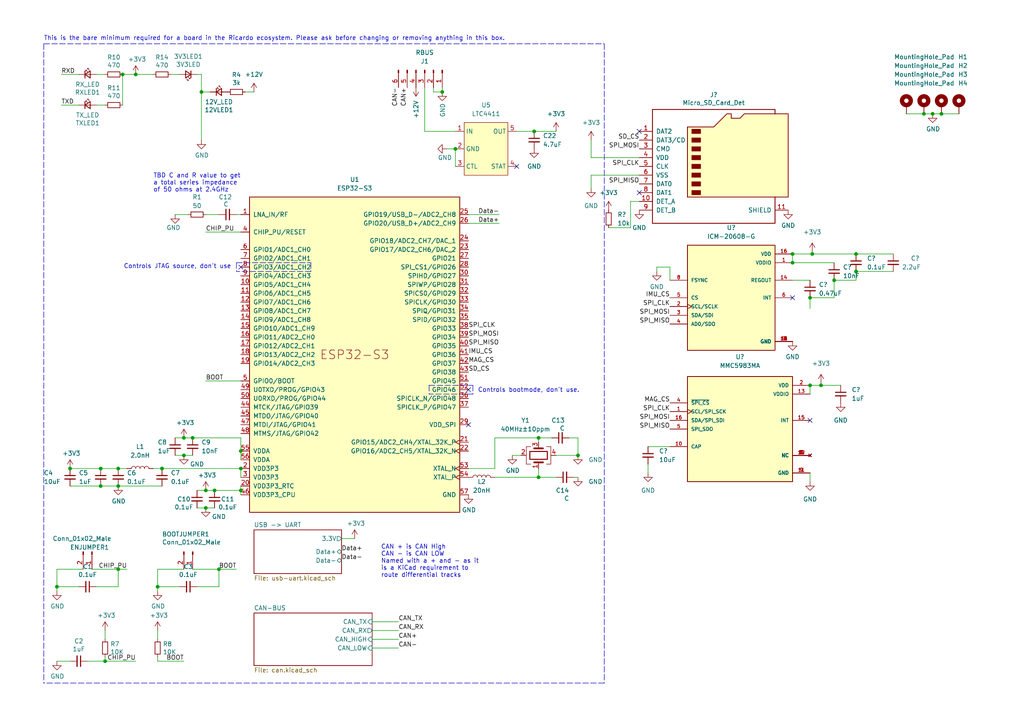
<source format=kicad_sch>
(kicad_sch (version 20211123) (generator eeschema)
  (paper "A4")
  (lib_symbols
    (symbol "Connector:Conn_01x02_Male" (pin_names (offset 1.016) hide)
      (property "Reference" "J" (at 0 2.54 0))
      (property "Value" "Conn_01x02_Male" (at 0 -5.08 0))
      (symbol "Conn_01x02_Male_1_1"
        (polyline (pts (xy 1.27 -2.54) (xy 0.8636 -2.54)) (stroke (width 0.1524)))
        (polyline (pts (xy 1.27 0) (xy 0.8636 0)) (stroke (width 0.1524)))
        (rectangle (start 0.8636 -2.413) (end 0 -2.667) (stroke (width 0.1524)) (fill (type outline)))
        (rectangle (start 0.8636 0.127) (end 0 -0.127) (stroke (width 0.1524)) (fill (type outline)))
        (pin passive line (at 5.08 0 180) (length 3.81) (name "Pin_1") (number "1"))
        (pin passive line (at 5.08 -2.54 180) (length 3.81) (name "Pin_2") (number "2"))
      )
    )
    (symbol "Connector:Conn_01x06_Male" (pin_names (offset 1.016) hide)
      (property "Reference" "J" (at 0 7.62 0))
      (property "Value" "Conn_01x06_Male" (at 0 -10.16 0))
      (symbol "Conn_01x06_Male_1_1"
        (polyline (pts (xy 1.27 -7.62) (xy 0.8636 -7.62)) (stroke (width 0.1524)))
        (polyline (pts (xy 1.27 -5.08) (xy 0.8636 -5.08)) (stroke (width 0.1524)))
        (polyline (pts (xy 1.27 -2.54) (xy 0.8636 -2.54)) (stroke (width 0.1524)))
        (polyline (pts (xy 1.27 0) (xy 0.8636 0)) (stroke (width 0.1524)))
        (polyline (pts (xy 1.27 2.54) (xy 0.8636 2.54)) (stroke (width 0.1524)))
        (polyline (pts (xy 1.27 5.08) (xy 0.8636 5.08)) (stroke (width 0.1524)))
        (rectangle (start 0.8636 -7.493) (end 0 -7.747) (stroke (width 0.1524)) (fill (type outline)))
        (rectangle (start 0.8636 -4.953) (end 0 -5.207) (stroke (width 0.1524)) (fill (type outline)))
        (rectangle (start 0.8636 -2.413) (end 0 -2.667) (stroke (width 0.1524)) (fill (type outline)))
        (rectangle (start 0.8636 0.127) (end 0 -0.127) (stroke (width 0.1524)) (fill (type outline)))
        (rectangle (start 0.8636 2.667) (end 0 2.413) (stroke (width 0.1524)) (fill (type outline)))
        (rectangle (start 0.8636 5.207) (end 0 4.953) (stroke (width 0.1524)) (fill (type outline)))
        (pin passive line (at 5.08 5.08 180) (length 3.81) (name "Pin_1") (number "1"))
        (pin passive line (at 5.08 2.54 180) (length 3.81) (name "Pin_2") (number "2"))
        (pin passive line (at 5.08 0 180) (length 3.81) (name "Pin_3") (number "3"))
        (pin passive line (at 5.08 -2.54 180) (length 3.81) (name "Pin_4") (number "4"))
        (pin passive line (at 5.08 -5.08 180) (length 3.81) (name "Pin_5") (number "5"))
        (pin passive line (at 5.08 -7.62 180) (length 3.81) (name "Pin_6") (number "6"))
      )
    )
    (symbol "Connector:Micro_SD_Card_Det_Hirose_DM3AT" (pin_names (offset 1.016))
      (property "Reference" "J" (at -16.51 17.78 0))
      (property "Value" "Micro_SD_Card_Det_Hirose_DM3AT" (at 16.51 17.78 0))
      (symbol "Micro_SD_Card_Det_Hirose_DM3AT_0_1"
        (rectangle (start -7.62 -6.985) (end -5.08 -8.255) (fill (type outline)))
        (rectangle (start -7.62 -4.445) (end -5.08 -5.715) (fill (type outline)))
        (rectangle (start -7.62 -1.905) (end -5.08 -3.175) (fill (type outline)))
        (rectangle (start -7.62 0.635) (end -5.08 -0.635) (fill (type outline)))
        (rectangle (start -7.62 3.175) (end -5.08 1.905) (fill (type outline)))
        (rectangle (start -7.62 5.715) (end -5.08 4.445) (fill (type outline)))
        (rectangle (start -7.62 8.255) (end -5.08 6.985) (fill (type outline)))
        (rectangle (start -7.62 10.795) (end -5.08 9.525) (fill (type outline)))
        (polyline (pts (xy 16.51 15.24) (xy 16.51 16.51) (xy -19.05 16.51) (xy -19.05 -16.51) (xy 16.51 -16.51) (xy 16.51 -8.89)) (stroke (width 0.254)))
        (polyline (pts (xy -8.89 -8.89) (xy -8.89 11.43) (xy -1.27 11.43) (xy 2.54 15.24) (xy 3.81 15.24) (xy 3.81 13.97) (xy 6.35 13.97) (xy 7.62 15.24) (xy 20.32 15.24) (xy 20.32 -8.89) (xy -8.89 -8.89)) (stroke (width 0.254)) (fill (type background)))
      )
      (symbol "Micro_SD_Card_Det_Hirose_DM3AT_1_1"
        (pin bidirectional line (at -22.86 10.16 0) (length 3.81) (name "DAT2") (number "1"))
        (pin passive line (at -22.86 -10.16 0) (length 3.81) (name "DET_A") (number "10"))
        (pin passive line (at 20.32 -12.7 180) (length 3.81) (name "SHIELD") (number "11"))
        (pin bidirectional line (at -22.86 7.62 0) (length 3.81) (name "DAT3/CD") (number "2"))
        (pin input line (at -22.86 5.08 0) (length 3.81) (name "CMD") (number "3"))
        (pin power_in line (at -22.86 2.54 0) (length 3.81) (name "VDD") (number "4"))
        (pin input line (at -22.86 0 0) (length 3.81) (name "CLK") (number "5"))
        (pin power_in line (at -22.86 -2.54 0) (length 3.81) (name "VSS") (number "6"))
        (pin bidirectional line (at -22.86 -5.08 0) (length 3.81) (name "DAT0") (number "7"))
        (pin bidirectional line (at -22.86 -7.62 0) (length 3.81) (name "DAT1") (number "8"))
        (pin passive line (at -22.86 -12.7 0) (length 3.81) (name "DET_B") (number "9"))
      )
    )
    (symbol "Device:C_Small" (pin_numbers hide) (pin_names (offset 0.254) hide)
      (property "Reference" "C" (at 0.254 1.778 0))
      (property "Value" "C_Small" (at 0.254 -2.032 0))
      (symbol "C_Small_0_1"
        (polyline (pts (xy -1.524 -0.508) (xy 1.524 -0.508)) (stroke (width 0.3302)))
        (polyline (pts (xy -1.524 0.508) (xy 1.524 0.508)) (stroke (width 0.3048)))
      )
      (symbol "C_Small_1_1"
        (pin passive line (at 0 2.54 270) (length 2.032) (name "~") (number "1"))
        (pin passive line (at 0 -2.54 90) (length 2.032) (name "~") (number "2"))
      )
    )
    (symbol "Device:Crystal_GND24" (pin_names (offset 1.016) hide)
      (property "Reference" "Y" (at 3.175 5.08 0))
      (property "Value" "Crystal_GND24" (at 3.175 3.175 0))
      (symbol "Crystal_GND24_0_1"
        (rectangle (start -1.143 2.54) (end 1.143 -2.54) (stroke (width 0.3048)))
        (polyline (pts (xy -2.54 0) (xy -2.032 0)))
        (polyline (pts (xy -2.032 -1.27) (xy -2.032 1.27)) (stroke (width 0.508)))
        (polyline (pts (xy 0 -3.81) (xy 0 -3.556)))
        (polyline (pts (xy 0 3.556) (xy 0 3.81)))
        (polyline (pts (xy 2.032 -1.27) (xy 2.032 1.27)) (stroke (width 0.508)))
        (polyline (pts (xy 2.032 0) (xy 2.54 0)))
        (polyline (pts (xy -2.54 -2.286) (xy -2.54 -3.556) (xy 2.54 -3.556) (xy 2.54 -2.286)))
        (polyline (pts (xy -2.54 2.286) (xy -2.54 3.556) (xy 2.54 3.556) (xy 2.54 2.286)))
      )
      (symbol "Crystal_GND24_1_1"
        (pin passive line (at -3.81 0 0) (length 1.27) (name "1") (number "1"))
        (pin passive line (at 0 5.08 270) (length 1.27) (name "2") (number "2"))
        (pin passive line (at 3.81 0 180) (length 1.27) (name "3") (number "3"))
        (pin passive line (at 0 -5.08 90) (length 1.27) (name "4") (number "4"))
      )
    )
    (symbol "Device:L" (pin_numbers hide) (pin_names (offset 1.016) hide)
      (property "Reference" "L" (at -1.27 0 90))
      (property "Value" "L" (at 1.905 0 90))
      (symbol "L_0_1"
        (arc (start 0 -2.54) (mid 0.635 -1.905) (end 0 -1.27))
        (arc (start 0 -1.27) (mid 0.635 -0.635) (end 0 0))
        (arc (start 0 0) (mid 0.635 0.635) (end 0 1.27))
        (arc (start 0 1.27) (mid 0.635 1.905) (end 0 2.54))
      )
      (symbol "L_1_1"
        (pin passive line (at 0 3.81 270) (length 1.27) (name "1") (number "1"))
        (pin passive line (at 0 -3.81 90) (length 1.27) (name "2") (number "2"))
      )
    )
    (symbol "Device:LED_Small" (pin_numbers hide) (pin_names (offset 0.254) hide)
      (property "Reference" "D" (at -1.27 3.175 0))
      (property "Value" "LED_Small" (at -4.445 -2.54 0))
      (symbol "LED_Small_0_1"
        (polyline (pts (xy -0.762 -1.016) (xy -0.762 1.016)) (stroke (width 0.254)))
        (polyline (pts (xy 1.016 0) (xy -0.762 0)))
        (polyline (pts (xy 0.762 -1.016) (xy -0.762 0) (xy 0.762 1.016) (xy 0.762 -1.016)) (stroke (width 0.254)))
        (polyline (pts (xy 0 0.762) (xy -0.508 1.27) (xy -0.254 1.27) (xy -0.508 1.27) (xy -0.508 1.016)))
        (polyline (pts (xy 0.508 1.27) (xy 0 1.778) (xy 0.254 1.778) (xy 0 1.778) (xy 0 1.524)))
      )
      (symbol "LED_Small_1_1"
        (pin passive line (at -2.54 0 0) (length 1.778) (name "K") (number "1"))
        (pin passive line (at 2.54 0 180) (length 1.778) (name "A") (number "2"))
      )
    )
    (symbol "Device:R_Small" (pin_numbers hide) (pin_names (offset 0.254) hide)
      (property "Reference" "R" (at 0.762 0.508 0))
      (property "Value" "R_Small" (at 0.762 -1.016 0))
      (symbol "R_Small_0_1"
        (rectangle (start -0.762 1.778) (end 0.762 -1.778) (stroke (width 0.2032)))
      )
      (symbol "R_Small_1_1"
        (pin passive line (at 0 2.54 270) (length 0.762) (name "~") (number "1"))
        (pin passive line (at 0 -2.54 90) (length 0.762) (name "~") (number "2"))
      )
    )
    (symbol "Espressif:ESP32-S3" (pin_names (offset 1.016))
      (property "Reference" "U" (at 0 48.26 0))
      (property "Value" "ESP32-S3" (at 0 -48.26 0))
      (symbol "ESP32-S3_0_0"
        (text "ESP32-S3" (at 0 0 0) (effects (font (size 2.54 2.54))))
        (pin bidirectional line (at 33.02 -12.7 180) (length 2.54) (name "SPICLK_N/GPIO48") (number "36"))
        (pin bidirectional line (at 33.02 -15.24 180) (length 2.54) (name "SPICLK_P/GPIO47") (number "37"))
      )
      (symbol "ESP32-S3_0_1"
        (rectangle (start -30.48 45.72) (end 30.48 -45.72) (stroke (width 0.254)) (fill (type background)))
      )
      (symbol "ESP32-S3_1_1"
        (pin bidirectional line (at -33.02 40.64 0) (length 2.54) (name "LNA_IN/RF") (number "1"))
        (pin bidirectional line (at -33.02 20.32 0) (length 2.54) (name "GPIO5/ADC1_CH4") (number "10"))
        (pin bidirectional line (at -33.02 17.78 0) (length 2.54) (name "GPIO6/ADC1_CH5") (number "11"))
        (pin bidirectional line (at -33.02 15.24 0) (length 2.54) (name "GPIO7/ADC1_CH6") (number "12"))
        (pin bidirectional line (at -33.02 12.7 0) (length 2.54) (name "GPIO8/ADC1_CH7") (number "13"))
        (pin bidirectional line (at -33.02 10.16 0) (length 2.54) (name "GPIO9/ADC1_CH8") (number "14"))
        (pin bidirectional line (at -33.02 7.62 0) (length 2.54) (name "GPIO10/ADC1_CH9") (number "15"))
        (pin bidirectional line (at -33.02 5.08 0) (length 2.54) (name "GPIO11/ADC2_CH0") (number "16"))
        (pin bidirectional line (at -33.02 2.54 0) (length 2.54) (name "GPIO12/ADC2_CH1") (number "17"))
        (pin bidirectional line (at -33.02 0 0) (length 2.54) (name "GPIO13/ADC2_CH2") (number "18"))
        (pin bidirectional line (at -33.02 -2.54 0) (length 2.54) (name "GPIO14/ADC2_CH3") (number "19"))
        (pin power_in line (at -33.02 -33.02 0) (length 2.54) (name "VDD3P3") (number "2"))
        (pin power_in line (at -33.02 -38.1 0) (length 2.54) (name "VDD3P3_RTC") (number "20"))
        (pin input clock (at 33.02 -25.4 180) (length 2.54) (name "GPIO15/ADC2_CH4/XTAL_32K_P") (number "21"))
        (pin output clock (at 33.02 -27.94 180) (length 2.54) (name "GPIO16/ADC2_CH5/XTAL_32K_N") (number "22"))
        (pin bidirectional line (at 33.02 30.48 180) (length 2.54) (name "GPIO17/ADC2_CH6/DAC_2") (number "23"))
        (pin bidirectional line (at 33.02 33.02 180) (length 2.54) (name "GPIO18/ADC2_CH7/DAC_1") (number "24"))
        (pin bidirectional line (at 33.02 40.64 180) (length 2.54) (name "GPIO19/USB_D-/ADC2_CH8") (number "25"))
        (pin bidirectional line (at 33.02 38.1 180) (length 2.54) (name "GPIO20/USB_D+/ADC2_CH9") (number "26"))
        (pin bidirectional line (at 33.02 27.94 180) (length 2.54) (name "GPIO21") (number "27"))
        (pin bidirectional line (at 33.02 25.4 180) (length 2.54) (name "SPI_CS1/GPIO26") (number "28"))
        (pin power_out line (at 33.02 -20.32 180) (length 2.54) (name "VDD_SPI") (number "29"))
        (pin power_in line (at -33.02 -35.56 0) (length 2.54) (name "VDD3P3") (number "3"))
        (pin bidirectional line (at 33.02 22.86 180) (length 2.54) (name "SPIHD/GPIO27") (number "30"))
        (pin bidirectional line (at 33.02 20.32 180) (length 2.54) (name "SPIWP/GPIO28") (number "31"))
        (pin bidirectional line (at 33.02 17.78 180) (length 2.54) (name "SPICS0/GPIO29") (number "32"))
        (pin bidirectional line (at 33.02 15.24 180) (length 2.54) (name "SPICLK/GPIO30") (number "33"))
        (pin bidirectional line (at 33.02 12.7 180) (length 2.54) (name "SPIQ/GPIO31") (number "34"))
        (pin bidirectional line (at 33.02 10.16 180) (length 2.54) (name "SPID/GPIO32") (number "35"))
        (pin bidirectional line (at 33.02 7.62 180) (length 2.54) (name "GPIO33") (number "38"))
        (pin bidirectional line (at 33.02 5.08 180) (length 2.54) (name "GPIO34") (number "39"))
        (pin input line (at -33.02 35.56 0) (length 2.54) (name "CHIP_PU/RESET") (number "4"))
        (pin bidirectional line (at 33.02 2.54 180) (length 2.54) (name "GPIO35") (number "40"))
        (pin bidirectional line (at 33.02 0 180) (length 2.54) (name "GPIO36") (number "41"))
        (pin bidirectional line (at 33.02 -2.54 180) (length 2.54) (name "GPIO37") (number "42"))
        (pin bidirectional line (at 33.02 -5.08 180) (length 2.54) (name "GPIO38") (number "43"))
        (pin bidirectional line (at -33.02 -15.24 0) (length 2.54) (name "MTCK/JTAG/GPIO39") (number "44"))
        (pin bidirectional line (at -33.02 -17.78 0) (length 2.54) (name "MTDO/JTAG/GPIO40") (number "45"))
        (pin power_in line (at -33.02 -40.64 0) (length 2.54) (name "VDD3P3_CPU") (number "46"))
        (pin bidirectional line (at -33.02 -20.32 0) (length 2.54) (name "MTDI/JTAG/GPIO41") (number "47"))
        (pin bidirectional line (at -33.02 -22.86 0) (length 2.54) (name "MTMS/JTAG/GPIO42") (number "48"))
        (pin bidirectional line (at -33.02 -10.16 0) (length 2.54) (name "U0TXD/PROG/GPIO43") (number "49"))
        (pin bidirectional line (at -33.02 -7.62 0) (length 2.54) (name "GPIO0/BOOT") (number "5"))
        (pin bidirectional line (at -33.02 -12.7 0) (length 2.54) (name "U0RXD/PROG/GPIO44") (number "50"))
        (pin bidirectional line (at 33.02 -7.62 180) (length 2.54) (name "GPIO45") (number "51"))
        (pin bidirectional line (at 33.02 -10.16 180) (length 2.54) (name "GPIO46") (number "52"))
        (pin input clock (at 33.02 -33.02 180) (length 2.54) (name "XTAL_N") (number "53"))
        (pin output clock (at 33.02 -35.56 180) (length 2.54) (name "XTAL_P") (number "54"))
        (pin power_in line (at -33.02 -27.94 0) (length 2.54) (name "VDDA") (number "55"))
        (pin power_in line (at -33.02 -30.48 0) (length 2.54) (name "VDDA") (number "56"))
        (pin power_in line (at 33.02 -40.64 180) (length 2.54) (name "GND") (number "57"))
        (pin bidirectional line (at -33.02 30.48 0) (length 2.54) (name "GPIO1/ADC1_CH0") (number "6"))
        (pin bidirectional line (at -33.02 27.94 0) (length 2.54) (name "GPIO2/ADC1_CH1") (number "7"))
        (pin bidirectional line (at -33.02 25.4 0) (length 2.54) (name "GPIO3/ADC1_CH2") (number "8"))
        (pin bidirectional line (at -33.02 22.86 0) (length 2.54) (name "GPIO4/ADC1_CH3") (number "9"))
      )
    )
    (symbol "Mechanical:MountingHole_Pad" (pin_numbers hide) (pin_names (offset 1.016) hide)
      (property "Reference" "H" (at 0 6.35 0))
      (property "Value" "MountingHole_Pad" (at 0 4.445 0))
      (symbol "MountingHole_Pad_0_1"
        (circle (center 0 1.27) (radius 1.27) (stroke (width 1.27)))
      )
      (symbol "MountingHole_Pad_1_1"
        (pin input line (at 0 -2.54 90) (length 2.54) (name "1") (number "1"))
      )
    )
    (symbol "iclr:ICM-20608-G" (pin_names (offset 1.016))
      (property "Reference" "U" (at -12.7 16.002 0))
      (property "Value" "ICM-20608-G" (at -12.7 -17.78 0))
      (symbol "ICM-20608-G_0_0"
        (rectangle (start -12.7 -15.24) (end 12.7 15.24) (stroke (width 0.254)) (fill (type background)))
        (pin power_in line (at 17.78 10.16 180) (length 5.08) (name "VDDIO") (number "1"))
        (pin power_in line (at 17.78 -12.7 180) (length 5.08) (name "GND") (number "10"))
        (pin power_in line (at 17.78 -12.7 180) (length 5.08) (name "GND") (number "11"))
        (pin power_in line (at 17.78 -12.7 180) (length 5.08) (name "GND") (number "12"))
        (pin power_in line (at 17.78 -12.7 180) (length 5.08) (name "GND") (number "13"))
        (pin output line (at 17.78 5.08 180) (length 5.08) (name "REGOUT") (number "14"))
        (pin power_in line (at 17.78 -12.7 180) (length 5.08) (name "GND") (number "15"))
        (pin power_in line (at 17.78 12.7 180) (length 5.08) (name "VDD") (number "16"))
        (pin input clock (at -17.78 -2.54 0) (length 5.08) (name "SCL/SCLK") (number "2"))
        (pin bidirectional line (at -17.78 -5.08 0) (length 5.08) (name "SDA/SDI") (number "3"))
        (pin bidirectional line (at -17.78 -7.62 0) (length 5.08) (name "AD0/SDO") (number "4"))
        (pin input line (at -17.78 0 0) (length 5.08) (name "CS") (number "5"))
        (pin output line (at 17.78 0 180) (length 5.08) (name "INT") (number "6"))
        (pin input line (at -17.78 5.08 0) (length 5.08) (name "FSYNC") (number "8"))
        (pin power_in line (at 17.78 -12.7 180) (length 5.08) (name "GND") (number "9"))
      )
    )
    (symbol "iclr:LTC4411"
      (property "Reference" "U" (at 0 1.27 0))
      (property "Value" "LTC4411" (at 0 -1.27 0))
      (symbol "LTC4411_0_1"
        (rectangle (start -6.35 -2.54) (end 6.35 -17.78) (fill (type background)))
      )
      (symbol "LTC4411_1_1"
        (pin power_in line (at -8.89 -5.08 0) (length 2.54) (name "IN") (number "1"))
        (pin output line (at -8.89 -10.16 0) (length 2.54) (name "GND") (number "2"))
        (pin input line (at -8.89 -15.24 0) (length 2.54) (name "CTL") (number "3"))
        (pin input line (at 8.89 -15.24 180) (length 2.54) (name "STAT") (number "4"))
        (pin power_out line (at 8.89 -5.08 180) (length 2.54) (name "OUT") (number "5"))
      )
    )
    (symbol "iclr:MMC5983MA" (pin_names (offset 1.016))
      (property "Reference" "U" (at -15.24 15.24 0))
      (property "Value" "MMC5983MA" (at -15.24 -17.78 0))
      (symbol "MMC5983MA_0_0"
        (rectangle (start -15.24 -15.24) (end 15.24 15.24) (stroke (width 0.254)) (fill (type background)))
        (pin input clock (at -20.32 5.08 0) (length 5.08) (name "SCL/SPI_SCK") (number "1"))
        (pin passive line (at -20.32 -5.08 0) (length 5.08) (name "CAP") (number "10"))
        (pin power_in line (at 20.32 -12.7 180) (length 5.08) (name "GND") (number "11"))
        (pin no_connect line (at 20.32 -7.62 180) (length 5.08) (name "NC") (number "12"))
        (pin power_in line (at 20.32 10.16 180) (length 5.08) (name "VDDIO") (number "13"))
        (pin no_connect line (at 20.32 -7.62 180) (length 5.08) (name "NC") (number "14"))
        (pin output line (at 20.32 2.54 180) (length 5.08) (name "INT") (number "15"))
        (pin bidirectional line (at -20.32 2.54 0) (length 5.08) (name "SDA/SPI_SDI") (number "16"))
        (pin power_in line (at 20.32 12.7 180) (length 5.08) (name "VDD") (number "2"))
        (pin no_connect line (at 20.32 -7.62 180) (length 5.08) (name "NC") (number "3"))
        (pin input line (at -20.32 7.62 0) (length 5.08) (name "~{SPI_CS}") (number "4"))
        (pin output line (at -20.32 0 0) (length 5.08) (name "SPI_SDO") (number "5"))
        (pin no_connect line (at 20.32 -7.62 180) (length 5.08) (name "NC") (number "6"))
        (pin no_connect line (at 20.32 -7.62 180) (length 5.08) (name "NC") (number "7"))
        (pin no_connect line (at 20.32 -7.62 180) (length 5.08) (name "NC") (number "8"))
        (pin power_in line (at 20.32 -12.7 180) (length 5.08) (name "GND") (number "9"))
      )
    )
    (symbol "power:+12V" (power) (pin_names (offset 0))
      (property "Value" "+12V" (at 0 3.556 0))
      (symbol "+12V_0_1"
        (polyline (pts (xy -0.762 1.27) (xy 0 2.54)))
        (polyline (pts (xy 0 0) (xy 0 2.54)))
        (polyline (pts (xy 0 2.54) (xy 0.762 1.27)))
      )
      (symbol "+12V_1_1"
        (pin power_in line (at 0 0 90) (length 0) hide (name "+12V") (number "1"))
      )
    )
    (symbol "power:+3.3V" (power) (pin_names (offset 0))
      (property "Value" "+3.3V" (at 0 3.556 0))
      (symbol "+3.3V_0_1"
        (polyline (pts (xy -0.762 1.27) (xy 0 2.54)))
        (polyline (pts (xy 0 0) (xy 0 2.54)))
        (polyline (pts (xy 0 2.54) (xy 0.762 1.27)))
      )
      (symbol "+3.3V_1_1"
        (pin power_in line (at 0 0 90) (length 0) hide (name "+3V3") (number "1"))
      )
    )
    (symbol "power:GND" (power) (pin_names (offset 0))
      (property "Value" "GND" (at 0 -3.81 0))
      (symbol "GND_0_1"
        (polyline (pts (xy 0 0) (xy 0 -1.27) (xy 1.27 -1.27) (xy 0 -2.54) (xy -1.27 -1.27) (xy 0 -1.27)))
      )
      (symbol "GND_1_1"
        (pin power_in line (at 0 0 270) (length 0) hide (name "GND") (number "1"))
      )
    )
  )
  (junction (at 132.08 43.18))
  (junction (at 39.37 21.59))
  (junction (at 59.69 142.24))
  (junction (at 229.87 76.2))
  (junction (at 238.125 111.76))
  (junction (at 53.34 127))
  (junction (at 58.42 26.67))
  (junction (at 234.95 111.76))
  (junction (at 30.48 191.77))
  (junction (at 69.85 142.24))
  (junction (at 55.88 127))
  (junction (at 63.5 165.1))
  (junction (at 59.69 147.32))
  (junction (at 62.23 142.24))
  (junction (at 34.29 135.89))
  (junction (at 20.32 135.89))
  (junction (at 45.72 170.18))
  (junction (at 35.56 21.59))
  (junction (at 229.87 73.66))
  (junction (at 29.21 135.89))
  (junction (at 248.285 78.74))
  (junction (at 154.94 38.1))
  (junction (at 34.29 140.97))
  (junction (at 241.935 81.28))
  (junction (at 156.21 127))
  (junction (at 273.05 33.02))
  (junction (at 235.585 73.66))
  (junction (at 53.34 132.08))
  (junction (at 156.21 138.43))
  (junction (at 69.85 130.81))
  (junction (at 29.21 140.97))
  (junction (at 16.51 170.18))
  (junction (at 248.285 73.66))
  (junction (at 270.51 33.02))
  (junction (at 267.97 33.02))
  (junction (at 167.64 132.08))
  (junction (at 46.99 135.89))
  (junction (at 128.27 26.67))
  (junction (at 34.29 165.1))
  (junction (at 69.85 135.89))
  (junction (at 234.95 86.36))
  (no_connect (at 234.95 121.92))
  (no_connect (at 185.42 55.88))
  (no_connect (at 69.85 77.47))
  (no_connect (at 185.42 38.1))
  (no_connect (at 135.89 113.03))
  (no_connect (at 135.89 123.19))
  (no_connect (at 149.86 48.26))
  (no_connect (at 229.87 86.36))
  (wire (pts (xy 238.125 111.76) (xy 243.84 111.76)))
  (wire (pts (xy 30.48 191.77) (xy 30.48 190.5)))
  (wire (pts (xy 135.89 62.23) (xy 144.78 62.23)))
  (wire (pts (xy 190.5 77.47) (xy 190.5 78.74)))
  (wire (pts (xy 69.85 135.89) (xy 69.85 138.43)))
  (wire (pts (xy 17.78 21.59) (xy 22.86 21.59)))
  (polyline (pts (xy 90.17 78.74) (xy 68.58 78.74)))
  (wire (pts (xy 63.5 170.18) (xy 63.5 165.1)))
  (wire (pts (xy 185.42 45.72) (xy 171.45 45.72)))
  (polyline (pts (xy 68.58 76.2) (xy 68.58 78.74)))
  (wire (pts (xy 60.96 26.67) (xy 58.42 26.67)))
  (wire (pts (xy 16.51 191.77) (xy 20.32 191.77)))
  (wire (pts (xy 107.95 180.34) (xy 115.57 180.34)))
  (wire (pts (xy 128.27 25.4) (xy 128.27 26.67)))
  (wire (pts (xy 160.02 127) (xy 156.21 127)))
  (wire (pts (xy 45.72 165.1) (xy 53.34 165.1)))
  (wire (pts (xy 125.73 26.67) (xy 128.27 26.67)))
  (wire (pts (xy 58.42 21.59) (xy 57.15 21.59)))
  (wire (pts (xy 29.21 135.89) (xy 34.29 135.89)))
  (wire (pts (xy 143.51 138.43) (xy 156.21 138.43)))
  (wire (pts (xy 235.585 73.66) (xy 248.285 73.66)))
  (wire (pts (xy 59.69 110.49) (xy 69.85 110.49)))
  (polyline (pts (xy 12.7 12.7) (xy 12.7 198.12)))
  (wire (pts (xy 267.97 33.02) (xy 262.89 33.02)))
  (wire (pts (xy 16.51 170.18) (xy 16.51 171.45)))
  (wire (pts (xy 234.95 137.16) (xy 234.95 139.7)))
  (wire (pts (xy 57.15 170.18) (xy 63.5 170.18)))
  (polyline (pts (xy 137.16 111.76) (xy 137.16 114.3)))
  (wire (pts (xy 68.58 165.1) (xy 63.5 165.1)))
  (wire (pts (xy 248.285 73.66) (xy 259.08 73.66)))
  (wire (pts (xy 68.58 62.23) (xy 69.85 62.23)))
  (wire (pts (xy 27.94 30.48) (xy 30.48 30.48)))
  (wire (pts (xy 16.51 165.1) (xy 16.51 170.18)))
  (wire (pts (xy 161.29 132.08) (xy 167.64 132.08)))
  (wire (pts (xy 229.87 73.66) (xy 235.585 73.66)))
  (wire (pts (xy 30.48 182.88) (xy 30.48 185.42)))
  (wire (pts (xy 57.15 147.32) (xy 59.69 147.32)))
  (polyline (pts (xy 68.58 76.2) (xy 90.17 76.2)))
  (wire (pts (xy 34.29 135.89) (xy 36.83 135.89)))
  (wire (pts (xy 69.85 142.24) (xy 69.85 143.51)))
  (wire (pts (xy 234.95 86.36) (xy 241.935 86.36)))
  (wire (pts (xy 62.23 142.24) (xy 69.85 142.24)))
  (wire (pts (xy 53.34 132.08) (xy 55.88 132.08)))
  (wire (pts (xy 143.51 135.89) (xy 143.51 127)))
  (wire (pts (xy 235.585 73.66) (xy 235.585 73.025)))
  (wire (pts (xy 156.21 127) (xy 156.21 128.27)))
  (wire (pts (xy 34.29 165.1) (xy 36.83 165.1)))
  (wire (pts (xy 50.8 132.08) (xy 53.34 132.08)))
  (wire (pts (xy 182.88 66.04) (xy 182.88 58.42)))
  (wire (pts (xy 194.31 77.47) (xy 190.5 77.47)))
  (wire (pts (xy 229.87 81.28) (xy 234.95 81.28)))
  (polyline (pts (xy 124.46 111.76) (xy 124.46 114.3)))
  (polyline (pts (xy 12.7 12.7) (xy 175.26 12.7)))
  (wire (pts (xy 238.125 111.76) (xy 234.95 111.76)))
  (wire (pts (xy 44.45 135.89) (xy 46.99 135.89)))
  (wire (pts (xy 69.85 130.81) (xy 69.85 133.35)))
  (wire (pts (xy 22.86 170.18) (xy 16.51 170.18)))
  (wire (pts (xy 132.08 43.18) (xy 132.08 48.26)))
  (wire (pts (xy 27.94 21.59) (xy 30.48 21.59)))
  (wire (pts (xy 234.95 111.76) (xy 234.95 114.3)))
  (wire (pts (xy 50.8 127) (xy 53.34 127)))
  (wire (pts (xy 17.78 30.48) (xy 22.86 30.48)))
  (wire (pts (xy 52.07 170.18) (xy 45.72 170.18)))
  (wire (pts (xy 123.19 25.4) (xy 123.19 38.1)))
  (wire (pts (xy 50.8 62.23) (xy 54.61 62.23)))
  (wire (pts (xy 154.94 38.1) (xy 161.29 38.1)))
  (wire (pts (xy 171.45 50.8) (xy 171.45 54.61)))
  (wire (pts (xy 241.935 81.28) (xy 248.285 81.28)))
  (wire (pts (xy 59.69 62.23) (xy 63.5 62.23)))
  (wire (pts (xy 278.13 33.02) (xy 273.05 33.02)))
  (wire (pts (xy 194.31 81.28) (xy 194.31 77.47)))
  (wire (pts (xy 29.21 140.97) (xy 34.29 140.97)))
  (wire (pts (xy 35.56 21.59) (xy 39.37 21.59)))
  (wire (pts (xy 187.96 129.54) (xy 194.31 129.54)))
  (wire (pts (xy 55.88 127) (xy 69.85 127)))
  (wire (pts (xy 176.53 66.04) (xy 182.88 66.04)))
  (wire (pts (xy 107.95 187.96) (xy 115.57 187.96)))
  (wire (pts (xy 107.95 182.88) (xy 115.57 182.88)))
  (wire (pts (xy 69.85 127) (xy 69.85 130.81)))
  (polyline (pts (xy 137.16 114.3) (xy 124.46 114.3)))
  (wire (pts (xy 55.88 165.1) (xy 63.5 165.1)))
  (wire (pts (xy 125.73 25.4) (xy 125.73 26.67)))
  (wire (pts (xy 25.4 191.77) (xy 30.48 191.77)))
  (wire (pts (xy 273.05 33.02) (xy 270.51 33.02)))
  (wire (pts (xy 135.89 135.89) (xy 143.51 135.89)))
  (wire (pts (xy 45.72 170.18) (xy 45.72 171.45)))
  (wire (pts (xy 45.72 191.77) (xy 45.72 190.5)))
  (wire (pts (xy 49.53 21.59) (xy 52.07 21.59)))
  (wire (pts (xy 148.59 132.08) (xy 151.13 132.08)))
  (wire (pts (xy 58.42 21.59) (xy 58.42 26.67)))
  (wire (pts (xy 161.29 138.43) (xy 156.21 138.43)))
  (wire (pts (xy 234.95 86.36) (xy 234.95 89.535)))
  (wire (pts (xy 182.88 58.42) (xy 185.42 58.42)))
  (wire (pts (xy 59.69 67.31) (xy 69.85 67.31)))
  (wire (pts (xy 229.87 73.66) (xy 229.87 76.2)))
  (wire (pts (xy 149.86 38.1) (xy 154.94 38.1)))
  (wire (pts (xy 53.34 191.77) (xy 45.72 191.77)))
  (wire (pts (xy 185.42 50.8) (xy 171.45 50.8)))
  (wire (pts (xy 58.42 26.67) (xy 58.42 40.64)))
  (wire (pts (xy 241.935 86.36) (xy 241.935 81.28)))
  (wire (pts (xy 123.19 38.1) (xy 132.08 38.1)))
  (wire (pts (xy 156.21 135.89) (xy 156.21 138.43)))
  (wire (pts (xy 34.29 170.18) (xy 34.29 165.1)))
  (polyline (pts (xy 90.17 76.2) (xy 90.17 78.74)))
  (wire (pts (xy 143.51 127) (xy 156.21 127)))
  (wire (pts (xy 99.06 156.21) (xy 102.87 156.21)))
  (wire (pts (xy 167.64 138.43) (xy 166.37 138.43)))
  (wire (pts (xy 20.32 135.89) (xy 29.21 135.89)))
  (wire (pts (xy 167.64 127) (xy 167.64 132.08)))
  (wire (pts (xy 187.96 134.62) (xy 187.96 137.16)))
  (wire (pts (xy 248.285 78.74) (xy 259.08 78.74)))
  (wire (pts (xy 39.37 21.59) (xy 44.45 21.59)))
  (polyline (pts (xy 124.46 111.76) (xy 137.16 111.76)))
  (wire (pts (xy 59.69 147.32) (xy 62.23 147.32)))
  (wire (pts (xy 30.48 191.77) (xy 39.37 191.77)))
  (wire (pts (xy 270.51 33.02) (xy 267.97 33.02)))
  (wire (pts (xy 107.95 185.42) (xy 115.57 185.42)))
  (wire (pts (xy 129.54 43.18) (xy 132.08 43.18)))
  (wire (pts (xy 53.34 127) (xy 55.88 127)))
  (wire (pts (xy 35.56 21.59) (xy 35.56 30.48)))
  (wire (pts (xy 73.66 26.67) (xy 71.12 26.67)))
  (wire (pts (xy 46.99 135.89) (xy 69.85 135.89)))
  (polyline (pts (xy 175.26 12.7) (xy 175.26 198.12)))
  (wire (pts (xy 34.29 140.97) (xy 46.99 140.97)))
  (wire (pts (xy 135.89 64.77) (xy 144.78 64.77)))
  (wire (pts (xy 27.94 170.18) (xy 34.29 170.18)))
  (wire (pts (xy 45.72 165.1) (xy 45.72 170.18)))
  (wire (pts (xy 59.69 142.24) (xy 62.23 142.24)))
  (wire (pts (xy 57.15 142.24) (xy 59.69 142.24)))
  (wire (pts (xy 20.32 140.97) (xy 29.21 140.97)))
  (wire (pts (xy 69.85 142.24) (xy 69.85 140.97)))
  (wire (pts (xy 167.64 127) (xy 165.1 127)))
  (wire (pts (xy 229.87 76.2) (xy 241.935 76.2)))
  (wire (pts (xy 26.67 165.1) (xy 34.29 165.1)))
  (wire (pts (xy 248.285 81.28) (xy 248.285 78.74)))
  (wire (pts (xy 45.72 182.88) (xy 45.72 185.42)))
  (wire (pts (xy 16.51 165.1) (xy 24.13 165.1)))
  (wire (pts (xy 171.45 40.64) (xy 171.45 45.72)))
  (wire (pts (xy 238.125 111.125) (xy 238.125 111.76)))
  (polyline (pts (xy 175.26 198.12) (xy 12.7 198.12)))
  (text "Controls bootmode, don't use.\n" (at 138.5894 113.9757 0) (effects (font (size 1.27 1.27)) (justify left bottom)))
  (text "This is the bare minimum required for a board in the Ricardo ecosystem. Please ask before changing or removing anything in this box.\n\n" (at 12.7 13.97 0) (effects (font (size 1.27 1.27)) (justify left bottom)))
  (text "TBD C and R value to get\na total series impedance\nof 50 ohms at 2.4GHz\n" (at 44.45 55.88 0) (effects (font (size 1.27 1.27)) (justify left bottom)))
  (text "CAN + is CAN High\nCAN - is CAN LOW\nNamed with a + and - as it\nis a KiCad requirement to\nroute differential tracks\n" (at 110.49 167.64 0) (effects (font (size 1.27 1.27)) (justify left bottom)))
  (text "Controls JTAG source, don't use\n" (at 67.0857 78.0878 180) (effects (font (size 1.27 1.27)) (justify right bottom)))
  (label "SPI_MOSI" (at 135.89 97.79 0))
  (label "IMU_CS" (at 194.31 86.36 180))
  (label "SD_CS" (at 185.42 40.64 180))
  (label "SPI_MOSI" (at 194.31 121.92 180))
  (label "SPI_MISO" (at 194.31 93.98 180))
  (label "CHIP_PU" (at 36.83 165.1 180))
  (label "SPI_CLK" (at 135.89 95.25 0))
  (label "SPI_MISO" (at 135.89 100.33 0))
  (label "MAG_CS" (at 135.89 105.41 0))
  (label "CAN+" (at 115.57 185.42 0))
  (label "Data+" (at 99.06 160.02 0))
  (label "SPI_MISO" (at 185.42 53.34 180))
  (label "SPI_CLK" (at 194.31 88.9 180))
  (label "SPI_MOSI" (at 185.42 43.18 180))
  (label "SPI_CLK" (at 194.31 119.38 180))
  (label "Data-" (at 99.06 162.56 0))
  (label "SPI_MOSI" (at 194.31 91.44 180))
  (label "BOOT" (at 53.34 191.77 180))
  (label "SPI_CLK" (at 185.42 48.26 180))
  (label "CAN-" (at 115.57 25.4 270))
  (label "CAN+" (at 118.11 25.4 270))
  (label "CAN_TX" (at 115.57 180.34 0))
  (label "MAG_CS" (at 194.31 116.84 180))
  (label "BOOT" (at 68.58 165.1 180))
  (label "BOOT" (at 59.69 110.49 0))
  (label "RXD" (at 17.78 21.59 0))
  (label "SPI_MISO" (at 194.31 124.46 180))
  (label "CHIP_PU" (at 59.69 67.31 0))
  (label "SD_CS" (at 135.89 107.95 0))
  (label "CAN_RX" (at 115.57 182.88 0))
  (label "Data+" (at 144.78 64.77 180))
  (label "Data-" (at 144.78 62.23 180))
  (label "CAN-" (at 115.57 187.96 0))
  (label "TXD" (at 17.78 30.48 0))
  (label "CHIP_PU" (at 39.37 191.77 180))
  (label "IMU_CS" (at 135.89 102.87 0))
  (symbol (lib_id "power:+3.3V") (at 30.48 182.88 0) (unit 1)
    (property "Reference" "#PWR06" (effects hide))
    (property "Value" "+3.3V" (at 30.861 178.4858 0))
  )
  (symbol (lib_id "Device:R_Small") (at 30.48 187.96 0) (unit 1)
    (property "Reference" "R7" (at 31.9786 186.7916 0) (effects (justify left)))
    (property "Value" "10K" (at 31.9786 189.103 0) (effects (justify left)))
    (property "Footprint" "Resistor_SMD:R_0402_1005Metric" (effects hide))
  )
  (symbol (lib_id "Device:C_Small") (at 22.86 191.77 270) (unit 1)
    (property "Reference" "C2" (at 22.86 185.9534 90))
    (property "Value" "1uF" (at 22.86 188.2648 90))
    (property "Footprint" "Capacitor_SMD:C_0402_1005Metric" (effects hide))
  )
  (symbol (lib_id "power:GND") (at 16.51 191.77 0) (unit 1)
    (property "Reference" "#PWR03" (effects hide))
    (property "Value" "GND" (at 16.637 196.1642 0))
  )
  (symbol (lib_id "power:+3.3V") (at 45.72 182.88 0) (unit 1)
    (property "Reference" "#PWR09" (effects hide))
    (property "Value" "+3.3V" (at 46.101 178.4858 0))
  )
  (symbol (lib_id "Device:R_Small") (at 45.72 187.96 0) (unit 1)
    (property "Reference" "R8" (at 47.2186 186.7916 0) (effects (justify left)))
    (property "Value" "10K" (at 47.2186 189.103 0) (effects (justify left)))
    (property "Footprint" "Resistor_SMD:R_0402_1005Metric" (effects hide))
  )
  (symbol (lib_id "power:GND") (at 45.72 171.45 0) (unit 1)
    (property "Reference" "#PWR07" (effects hide))
    (property "Value" "GND" (at 45.847 175.8442 0))
  )
  (symbol (lib_id "Device:C_Small") (at 54.61 170.18 270) (unit 1)
    (property "Reference" "C3" (at 54.61 164.3634 90))
    (property "Value" "0.1uF" (at 54.61 166.6748 90))
    (property "Footprint" "Capacitor_SMD:C_0402_1005Metric" (effects hide))
  )
  (symbol (lib_id "power:GND") (at 16.51 171.45 0) (unit 1)
    (property "Reference" "#PWR02" (effects hide))
    (property "Value" "GND" (at 16.637 175.8442 0))
  )
  (symbol (lib_id "Device:C_Small") (at 25.4 170.18 270) (unit 1)
    (property "Reference" "C1" (at 25.4 164.3634 90))
    (property "Value" "0.1uF" (at 25.4 166.6748 90))
    (property "Footprint" "Capacitor_SMD:C_0402_1005Metric" (effects hide))
  )
  (symbol (lib_id "Device:LED_Small") (at 25.4 30.48 0) (unit 1)
    (property "Reference" "TXLED1" (at 25.4 35.687 0))
    (property "Value" "TX_LED" (at 25.4 33.3756 0))
    (property "Footprint" "Resistor_SMD:R_0402_1005Metric" (effects hide))
  )
  (symbol (lib_id "Device:LED_Small") (at 25.4 21.59 0) (unit 1)
    (property "Reference" "RXLED1" (at 25.4 26.797 0))
    (property "Value" "RX_LED" (at 25.4 24.4856 0))
    (property "Footprint" "LED_SMD:LED_0603_1608Metric" (effects hide))
  )
  (symbol (lib_id "Device:R_Small") (at 33.02 21.59 270) (unit 1)
    (property "Reference" "R10" (at 33.02 16.6116 90))
    (property "Value" "470" (at 33.02 18.923 90))
    (property "Footprint" "Resistor_SMD:R_0402_1005Metric" (effects hide))
  )
  (symbol (lib_id "Device:R_Small") (at 33.02 30.48 270) (unit 1)
    (property "Reference" "R11" (at 33.02 25.5016 90))
    (property "Value" "470" (at 33.02 27.813 90))
    (property "Footprint" "Resistor_SMD:R_0402_1005Metric" (effects hide))
  )
  (symbol (lib_id "power:GND") (at 58.42 40.64 0) (unit 1)
    (property "Reference" "#PWR012" (effects hide))
    (property "Value" "GND" (at 58.547 45.0342 0))
  )
  (symbol (lib_id "power:+3.3V") (at 39.37 21.59 0) (unit 1)
    (property "Reference" "#PWR011" (effects hide))
    (property "Value" "+3.3V" (at 39.751 17.1958 0))
  )
  (symbol (lib_id "Device:LED_Small") (at 54.61 21.59 180) (unit 1)
    (property "Reference" "3V3LED1" (at 54.61 16.383 0))
    (property "Value" "3V3LED" (at 54.61 18.6944 0))
    (property "Footprint" "Resistor_SMD:R_0402_1005Metric" (effects hide))
  )
  (symbol (lib_id "Device:R_Small") (at 46.99 21.59 270) (unit 1)
    (property "Reference" "R14" (at 46.99 16.6116 90))
    (property "Value" "470" (at 46.99 18.923 90))
    (property "Footprint" "Resistor_SMD:R_0402_1005Metric" (effects hide))
  )
  (symbol (lib_id "Connector:Conn_01x02_Male") (at 26.67 160.02 270) (unit 1)
    (property "Reference" "ENJUMPER1" (at 20.32 158.75 90) (effects (justify left)))
    (property "Value" "Conn_01x02_Male" (at 15.24 156.21 90) (effects (justify left)))
    (property "Footprint" "Connector_PinHeader_2.54mm:PinHeader_1x02_P2.54mm_Vertical" (effects hide))
  )
  (symbol (lib_id "Connector:Conn_01x02_Male") (at 55.88 160.02 270) (unit 1)
    (property "Reference" "BOOTJUMPER1" (at 46.99 154.94 90) (effects (justify left)))
    (property "Value" "Conn_01x02_Male" (at 46.99 157.2514 90) (effects (justify left)))
    (property "Footprint" "Connector_PinHeader_2.54mm:PinHeader_1x02_P2.54mm_Vertical" (effects hide))
  )
  (symbol (lib_id "power:+3.3V") (at 102.87 156.21 0) (unit 1)
    (property "Reference" "#PWR0108" (effects hide))
    (property "Value" "+3.3V" (at 103.251 151.8158 0))
  )
  (symbol (lib_id "power:GND") (at 128.27 26.67 0) (unit 1)
    (property "Reference" "#PWR0138" (effects hide))
    (property "Value" "GND" (at 128.397 29.9212 90) (effects (justify right)))
  )
  (symbol (lib_id "Connector:Conn_01x06_Male") (at 123.19 20.32 270) (unit 1)
    (property "Reference" "J1" (at 123.19 17.78 90))
    (property "Value" "RBUS" (at 123.19 15.24 90))
    (property "Footprint" "Connector_Molex:Molex_Mini-Fit_Jr_5566-06A_2x03_P4.20mm_Vertical" (effects hide))
  )
  (symbol (lib_id "Device:LED_Small") (at 63.5 26.67 0) (unit 1)
    (property "Reference" "12VLED1" (at 63.5 31.877 0))
    (property "Value" "12V_LED" (at 63.5 29.5656 0))
    (property "Footprint" "Resistor_SMD:R_0402_1005Metric" (effects hide))
  )
  (symbol (lib_id "Device:R_Small") (at 68.58 26.67 270) (unit 1)
    (property "Reference" "R4" (at 68.58 21.6916 90))
    (property "Value" "3k" (at 68.58 24.003 90))
    (property "Footprint" "Resistor_SMD:R_0402_1005Metric" (effects hide))
  )
  (symbol (lib_id "Device:C_Small") (at 243.84 114.3 0) (unit 1)
    (property "Reference" "C?" (at 247.015 113.0362 0) (effects (justify left)))
    (property "Value" "1uF" (at 247.015 115.5762 0) (effects (justify left)))
    (property "Footprint" "Capacitor_SMD:C_0603_1608Metric" (effects hide))
  )
  (symbol (lib_id "power:GND") (at 228.6 60.96 0) (unit 1)
    (property "Reference" "#PWR?" (effects hide))
    (property "Value" "GND" (at 228.6 65.405 0))
  )
  (symbol (lib_id "iclr:ICM-20608-G") (at 212.09 86.36 0) (unit 1)
    (property "Reference" "U?" (at 212.09 66.04 0))
    (property "Value" "ICM-20608-G" (at 212.09 68.58 0))
    (property "Footprint" "iclr:PQFN50P300X300X80-16N" (effects hide))
    (property "MANUFACTURER" "TDK" (effects hide))
    (property "PARTREV" "1.0" (effects hide))
    (property "STANDARD" "IPC-7351B" (effects hide))
  )
  (symbol (lib_id "power:GND") (at 167.64 132.08 0) (unit 1)
    (property "Reference" "#PWR0110" (effects hide))
    (property "Value" "GND" (at 172.72 133.35 0))
  )
  (symbol (lib_id "power:GND") (at 34.29 140.97 0) (unit 1)
    (property "Reference" "#PWR0106" (effects hide))
    (property "Value" "GND" (at 34.417 145.3642 0))
  )
  (symbol (lib_id "power:GND") (at 229.87 99.06 0) (unit 1)
    (property "Reference" "#PWR?" (effects hide))
    (property "Value" "GND" (at 229.87 103.505 0))
  )
  (symbol (lib_id "Device:C_Small") (at 55.88 129.54 0) (unit 1)
    (property "Reference" "C9" (at 58.42 128.2762 0) (effects (justify left)))
    (property "Value" "10nF" (at 58.42 130.8162 0) (effects (justify left)))
    (property "Footprint" "Capacitor_SMD:C_0402_1005Metric" (effects hide))
  )
  (symbol (lib_id "power:+3.3V") (at 235.585 73.025 0) (unit 1)
    (property "Reference" "#PWR?" (effects hide))
    (property "Value" "+3.3V" (at 235.585 67.31 0))
  )
  (symbol (lib_id "Device:C_Small") (at 187.96 132.08 0) (unit 1)
    (property "Reference" "C?" (at 191.135 130.8162 0) (effects (justify left)))
    (property "Value" "10uF" (at 191.135 133.3562 0) (effects (justify left)))
    (property "Footprint" "Capacitor_SMD:C_0603_1608Metric" (effects hide))
  )
  (symbol (lib_id "power:+3.3V") (at 53.34 127 0) (unit 1)
    (property "Reference" "#PWR0101" (effects hide))
    (property "Value" "+3.3V" (at 53.721 122.6058 0))
  )
  (symbol (lib_id "Mechanical:MountingHole_Pad") (at 267.97 30.48 0) (unit 1)
    (property "Reference" "H2" (at 280.67 19.05 0) (effects (justify right)))
    (property "Value" "MountingHole_Pad" (at 276.86 21.59 0) (effects (justify right)))
    (property "Footprint" "MountingHole:MountingHole_3.2mm_M3_DIN965_Pad" (effects hide))
  )
  (symbol (lib_id "Device:C_Small") (at 50.8 129.54 0) (unit 1)
    (property "Reference" "C8" (at 45.72 128.27 0) (effects (justify left)))
    (property "Value" "1uF" (at 45.72 130.81 0) (effects (justify left)))
    (property "Footprint" "Capacitor_SMD:C_0402_1005Metric" (effects hide))
  )
  (symbol (lib_id "Device:C_Small") (at 241.935 78.74 0) (unit 1)
    (property "Reference" "C?" (at 244.475 77.4762 0) (effects (justify left)))
    (property "Value" "10nF" (at 244.475 80.0162 0) (effects (justify left)))
    (property "Footprint" "Capacitor_SMD:C_0603_1608Metric" (effects hide))
  )
  (symbol (lib_id "iclr:LTC4411") (at 140.97 33.02 0) (unit 1)
    (property "Reference" "U5" (at 140.97 30.48 0))
    (property "Value" "LTC4411" (at 140.97 33.02 0))
    (property "Footprint" "Package_TO_SOT_SMD:SOT-23-5" (effects hide))
  )
  (symbol (lib_id "power:+12V") (at 73.66 26.67 0) (unit 1)
    (property "Reference" "#PWR0104" (effects hide))
    (property "Value" "+12V" (at 73.66 21.59 0))
  )
  (symbol (lib_id "power:GND") (at 154.94 43.18 0) (unit 1)
    (property "Reference" "#PWR0140" (effects hide))
    (property "Value" "GND" (at 154.94 48.26 0))
  )
  (symbol (lib_id "Mechanical:MountingHole_Pad") (at 278.13 30.48 0) (unit 1)
    (property "Reference" "H4" (at 280.67 24.13 0) (effects (justify right)))
    (property "Value" "MountingHole_Pad" (at 276.86 16.51 0) (effects (justify right)))
    (property "Footprint" "MountingHole:MountingHole_3.2mm_M3_DIN965_Pad" (effects hide))
  )
  (symbol (lib_id "power:GND") (at 59.69 147.32 0) (unit 1)
    (property "Reference" "#PWR0112" (effects hide))
    (property "Value" "GND" (at 63.5 149.86 0))
  )
  (symbol (lib_id "power:GND") (at 243.84 116.84 0) (unit 1)
    (property "Reference" "#PWR?" (effects hide))
    (property "Value" "GND" (at 243.84 121.92 0))
  )
  (symbol (lib_id "power:+3.3V") (at 176.53 60.96 0) (unit 1)
    (property "Reference" "#PWR?" (effects hide))
    (property "Value" "+3.3V" (at 176.53 55.88 0))
  )
  (symbol (lib_id "power:+12V") (at 120.65 25.4 180) (unit 1)
    (property "Reference" "#PWR0116" (effects hide))
    (property "Value" "+12V" (at 120.65 31.75 90))
  )
  (symbol (lib_id "power:GND") (at 171.45 54.61 0) (unit 1)
    (property "Reference" "#PWR?" (effects hide))
    (property "Value" "GND" (at 171.45 59.69 0))
  )
  (symbol (lib_id "Device:C_Small") (at 20.32 138.43 0) (unit 1)
    (property "Reference" "C4" (at 12.7 137.16 0) (effects (justify left)))
    (property "Value" "10uF" (at 12.7 139.7 0) (effects (justify left)))
  )
  (symbol (lib_id "power:GND") (at 129.54 43.18 270) (unit 1)
    (property "Reference" "#PWR0148" (effects hide))
    (property "Value" "GND" (at 127 45.72 90) (effects (justify left)))
  )
  (symbol (lib_id "Device:C_Small") (at 57.15 144.78 0) (unit 1)
    (property "Reference" "C10" (at 53.34 144.78 0))
    (property "Value" "0.1uF" (at 53.34 147.0914 0))
    (property "Footprint" "Capacitor_SMD:C_0402_1005Metric" (effects hide))
  )
  (symbol (lib_id "Device:C_Small") (at 163.83 138.43 90) (unit 1)
    (property "Reference" "C14" (at 165.1 142.24 90) (effects (justify left)))
    (property "Value" "C" (at 165.1 144.5514 90) (effects (justify left)))
    (property "Footprint" "Capacitor_SMD:C_0603_1608Metric" (effects hide))
  )
  (symbol (lib_id "power:GND") (at 167.64 138.43 0) (unit 1)
    (property "Reference" "#PWR0111" (effects hide))
    (property "Value" "GND" (at 172.72 139.7 0))
  )
  (symbol (lib_id "Device:C_Small") (at 248.285 76.2 0) (unit 1)
    (property "Reference" "C?" (at 251.46 74.9362 0) (effects (justify left)))
    (property "Value" "0.1uF" (at 251.46 77.4762 0) (effects (justify left)))
    (property "Footprint" "Capacitor_SMD:C_0603_1608Metric" (effects hide))
  )
  (symbol (lib_id "Device:C_Small") (at 154.94 40.64 0) (unit 1)
    (property "Reference" "C22" (at 157.48 39.3762 0) (effects (justify left)))
    (property "Value" "4.7uF" (at 157.48 41.9162 0) (effects (justify left)))
    (property "Footprint" "Capacitor_SMD:C_0603_1608Metric" (effects hide))
  )
  (symbol (lib_id "Device:C_Small") (at 34.29 138.43 0) (unit 1)
    (property "Reference" "C6" (at 36.83 137.1662 0) (effects (justify left)))
    (property "Value" "0.1uF" (at 36.83 139.7062 0) (effects (justify left)))
    (property "Footprint" "Capacitor_SMD:C_0402_1005Metric" (effects hide))
  )
  (symbol (lib_id "power:GND") (at 185.42 60.96 0) (unit 1)
    (property "Reference" "#PWR?" (effects hide))
    (property "Value" "GND" (at 185.42 66.04 0))
  )
  (symbol (lib_id "power:GND") (at 234.95 139.7 0) (unit 1)
    (property "Reference" "#PWR?" (effects hide))
    (property "Value" "GND" (at 234.95 144.78 0))
  )
  (symbol (lib_id "power:GND") (at 53.34 132.08 0) (unit 1)
    (property "Reference" "#PWR0105" (effects hide))
    (property "Value" "GND" (at 57.15 134.62 0))
  )
  (symbol (lib_id "power:GND") (at 190.5 78.74 0) (unit 1)
    (property "Reference" "#PWR?" (effects hide))
    (property "Value" "GND" (at 190.5 83.185 0))
  )
  (symbol (lib_id "Connector:Micro_SD_Card_Det_Hirose_DM3AT") (at 208.28 48.26 0) (unit 1)
    (property "Reference" "J?" (at 207.01 27.5082 0))
    (property "Value" "Micro_SD_Card_Det" (at 207.01 29.8196 0))
    (property "Footprint" "Connector_Card:microSD_HC_Hirose_DM3AT-SF-PEJM5" (effects hide))
    (property "Datasheet" "https://www.hirose.com/product/en/download_file/key_name/DM3/category/Catalog/doc_file_id/49662/?file_category_id=4&item_id=195&is_series=1" (effects hide))
  )
  (symbol (lib_id "Mechanical:MountingHole_Pad") (at 262.89 30.48 0) (unit 1)
    (property "Reference" "H1" (at 280.67 16.51 0) (effects (justify right)))
    (property "Value" "MountingHole_Pad" (at 276.86 24.13 0) (effects (justify right)))
    (property "Footprint" "MountingHole:MountingHole_3.2mm_M3_DIN965_Pad" (effects hide))
  )
  (symbol (lib_id "Device:C_Small") (at 62.23 144.78 0) (unit 1)
    (property "Reference" "C11" (at 66.04 144.78 0))
    (property "Value" "0.1uF" (at 66.04 147.0914 0))
    (property "Footprint" "Capacitor_SMD:C_0402_1005Metric" (effects hide))
  )
  (symbol (lib_id "Device:C_Small") (at 162.56 127 90) (unit 1)
    (property "Reference" "C13" (at 163.83 121.92 90) (effects (justify left)))
    (property "Value" "C" (at 163.83 124.2314 90) (effects (justify left)))
    (property "Footprint" "Capacitor_SMD:C_0603_1608Metric" (effects hide))
  )
  (symbol (lib_id "power:GND") (at 148.59 132.08 0) (unit 1)
    (property "Reference" "#PWR0113" (effects hide))
    (property "Value" "GND" (at 148.717 136.4742 0))
  )
  (symbol (lib_id "Device:L") (at 139.7 138.43 90) (unit 1)
    (property "Reference" "L2" (at 139.7 139.7 90))
    (property "Value" "20nH" (at 139.7 142.24 90))
  )
  (symbol (lib_id "power:+3.3V") (at 59.69 142.24 0) (unit 1)
    (property "Reference" "#PWR0103" (effects hide))
    (property "Value" "+3.3V" (at 60.071 137.8458 0))
  )
  (symbol (lib_id "power:GND") (at 187.96 137.16 0) (unit 1)
    (property "Reference" "#PWR?" (effects hide))
    (property "Value" "GND" (at 187.96 142.24 0))
  )
  (symbol (lib_id "Device:C_Small") (at 259.08 76.2 0) (unit 1)
    (property "Reference" "C?" (at 264.16 74.93 0) (effects (justify left)))
    (property "Value" "2.2uF" (at 261.62 77.4762 0) (effects (justify left)))
    (property "Footprint" "Capacitor_SMD:C_0603_1608Metric" (effects hide))
  )
  (symbol (lib_id "Device:C_Small") (at 66.04 62.23 90) (unit 1)
    (property "Reference" "C12" (at 67.31 57.15 90) (effects (justify left)))
    (property "Value" "C" (at 66.2934 59.2481 90) (effects (justify left)))
    (property "Footprint" "Capacitor_SMD:C_0603_1608Metric" (effects hide))
  )
  (symbol (lib_id "Device:L") (at 40.64 135.89 90) (unit 1)
    (property "Reference" "L1" (at 40.64 129.54 90))
    (property "Value" "2.0nH" (at 40.64 132.08 90))
  )
  (symbol (lib_id "power:+3.3V") (at 20.32 135.89 0) (unit 1)
    (property "Reference" "#PWR0107" (effects hide))
    (property "Value" "+3.3V" (at 20.701 131.4958 0))
  )
  (symbol (lib_id "Espressif:ESP32-S3") (at 102.87 102.87 0) (unit 1)
    (property "Reference" "U1" (at 102.87 52.07 0))
    (property "Value" "ESP32-S3" (at 102.87 54.61 0))
    (property "Footprint" "Package_DFN_QFN:QFN-56-1EP_7x7mm_P0.4mm_EP5.6x5.6mm" (effects hide))
    (property "Datasheet" "https://www.espressif.com/sites/default/files/documentation/esp32-s3_datasheet_en.pdf" (effects hide))
  )
  (symbol (lib_id "Mechanical:MountingHole_Pad") (at 273.05 30.48 0) (unit 1)
    (property "Reference" "H3" (at 280.67 21.59 0) (effects (justify right)))
    (property "Value" "MountingHole_Pad" (at 276.86 19.05 0) (effects (justify right)))
    (property "Footprint" "MountingHole:MountingHole_3.2mm_M3_DIN965_Pad" (effects hide))
  )
  (symbol (lib_id "power:+3.3V") (at 161.29 38.1 0) (unit 1)
    (property "Reference" "#PWR0147" (effects hide))
    (property "Value" "+3.3V" (at 161.29 33.02 0))
  )
  (symbol (lib_id "power:GND") (at 270.51 33.02 0) (unit 1)
    (property "Reference" "#PWR0123" (effects hide))
    (property "Value" "GND" (at 270.637 37.4142 0))
  )
  (symbol (lib_id "Device:Crystal_GND24") (at 156.21 132.08 90) (unit 1)
    (property "Reference" "Y1" (at 152.4 121.92 90))
    (property "Value" "40MHz±10ppm" (at 152.4 124.46 90))
    (property "Footprint" "Crystal:Crystal_SMD_2016-4Pin_2.0x1.6mm" (effects hide))
  )
  (symbol (lib_id "Device:C_Small") (at 29.21 138.43 0) (unit 1)
    (property "Reference" "C5" (at 22.86 137.16 0) (effects (justify left)))
    (property "Value" "1uF" (at 22.86 139.7 0) (effects (justify left)))
    (property "Footprint" "Capacitor_SMD:C_0402_1005Metric" (effects hide))
  )
  (symbol (lib_id "power:GND") (at 135.89 143.51 0) (unit 1)
    (property "Reference" "#PWR0109" (effects hide))
    (property "Value" "GND" (at 136.017 147.9042 0))
  )
  (symbol (lib_id "power:GND") (at 50.8 62.23 0) (unit 1)
    (property "Reference" "#PWR0102" (effects hide))
    (property "Value" "GND" (at 48.26 66.04 0) (effects (justify left)))
  )
  (symbol (lib_id "power:+3.3V") (at 238.125 111.125 0) (unit 1)
    (property "Reference" "#PWR?" (effects hide))
    (property "Value" "+3.3V" (at 238.125 105.41 0))
  )
  (symbol (lib_id "iclr:MMC5983MA") (at 214.63 124.46 0) (unit 1)
    (property "Reference" "U?" (at 214.63 103.505 0))
    (property "Value" "MMC5983MA" (at 214.63 106.045 0))
    (property "Footprint" "iclr:PQFN50P300X300X100-16N" (effects hide))
    (property "MANUFACTURER" "Memsic Inc." (effects hide))
    (property "MAXIMUM_PACKAGE_HEIGHT" "1.00 mm" (effects hide))
    (property "PARTREV" "A" (effects hide))
    (property "STANDARD" "IPC 7351B" (effects hide))
  )
  (symbol (lib_id "Device:C_Small") (at 234.95 83.82 0) (unit 1)
    (property "Reference" "C?" (at 237.49 82.5562 0) (effects (justify left)))
    (property "Value" "0.47uF" (at 237.49 85.0962 0) (effects (justify left)))
    (property "Footprint" "Capacitor_SMD:C_0603_1608Metric" (effects hide))
  )
  (symbol (lib_id "Device:R_Small") (at 57.15 62.23 90) (unit 1)
    (property "Reference" "R1" (at 57.15 57.15 90))
    (property "Value" "50" (at 57.15 59.69 90))
  )
  (symbol (lib_id "Device:C_Small") (at 46.99 138.43 0) (unit 1)
    (property "Reference" "C7" (at 49.53 137.1662 0) (effects (justify left)))
    (property "Value" "0.1uF" (at 49.53 139.7062 0) (effects (justify left)))
    (property "Footprint" "Capacitor_SMD:C_0402_1005Metric" (effects hide))
  )
  (symbol (lib_id "Device:R_Small") (at 176.53 63.5 0) (unit 1)
    (property "Reference" "R?" (at 179.07 62.2299 0) (effects (justify left)))
    (property "Value" "10k" (at 179.07 64.7699 0) (effects (justify left)))
  )
  (symbol (lib_id "power:+3.3V") (at 171.45 40.64 0) (unit 1)
    (property "Reference" "#PWR?" (effects hide))
    (property "Value" "+3.3V" (at 171.45 35.56 0))
  )
  (sheet (at 73.66 153.67) (size 25.4 12.7)
    (property "Sheet name" "USB -> UART" (at 73.66 152.9584 0) (effects (justify left bottom)))
    (property "Sheet file" "usb-uart.kicad_sch" (at 73.66 166.9546 0) (effects (justify left top)))
    (pin "3.3V" output (at 99.06 156.21 0))
    (pin "Data+" bidirectional (at 99.06 160.02 0))
    (pin "Data-" bidirectional (at 99.06 162.56 0))
  )
  (sheet (at 73.66 177.8) (size 34.29 15.24)
    (property "Sheet name" "CAN-BUS" (at 73.66 177.0884 0) (effects (justify left bottom)))
    (property "Sheet file" "can.kicad_sch" (at 73.66 193.6246 0) (effects (justify left top)))
    (pin "CAN_TX" input (at 107.95 180.34 0))
    (pin "CAN_RX" output (at 107.95 182.88 0))
    (pin "CAN_HIGH" input (at 107.95 185.42 0))
    (pin "CAN_LOW" input (at 107.95 187.96 0))
  )
)
</source>
